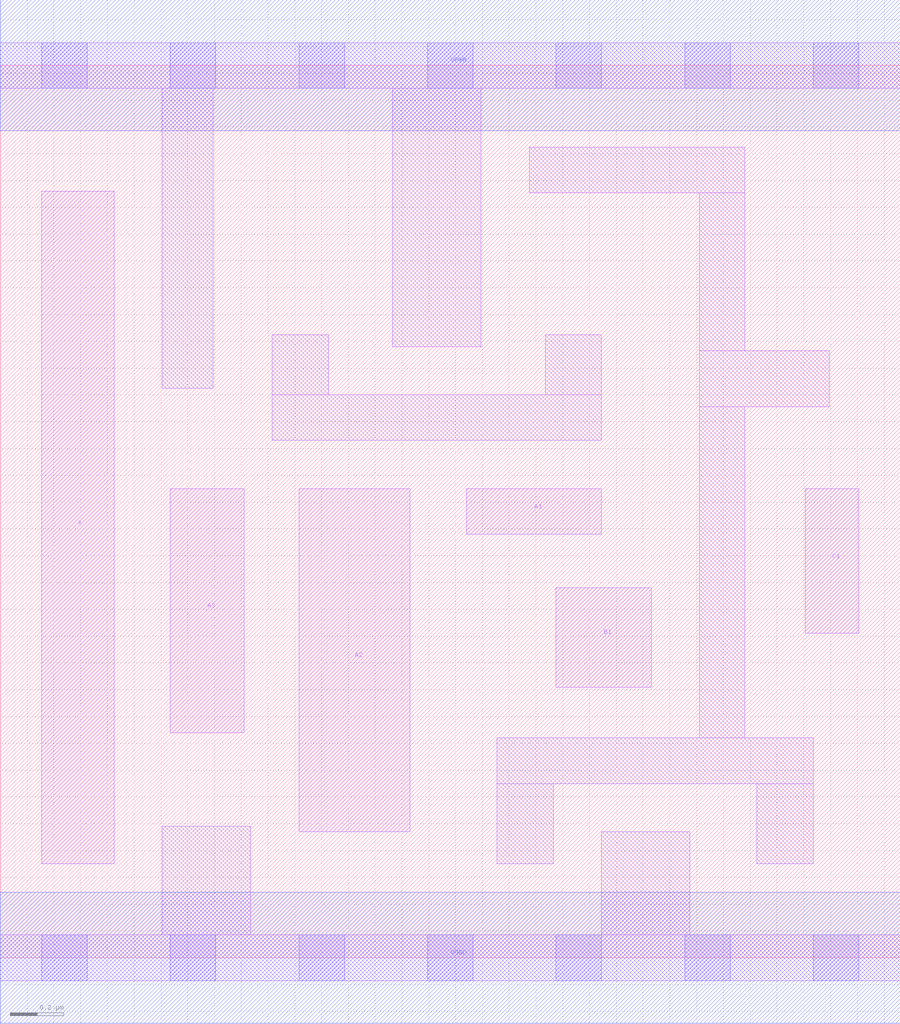
<source format=lef>
# Copyright 2020 The SkyWater PDK Authors
#
# Licensed under the Apache License, Version 2.0 (the "License");
# you may not use this file except in compliance with the License.
# You may obtain a copy of the License at
#
#     https://www.apache.org/licenses/LICENSE-2.0
#
# Unless required by applicable law or agreed to in writing, software
# distributed under the License is distributed on an "AS IS" BASIS,
# WITHOUT WARRANTIES OR CONDITIONS OF ANY KIND, either express or implied.
# See the License for the specific language governing permissions and
# limitations under the License.
#
# SPDX-License-Identifier: Apache-2.0

VERSION 5.7 ;
  NOWIREEXTENSIONATPIN ON ;
  DIVIDERCHAR "/" ;
  BUSBITCHARS "[]" ;
UNITS
  DATABASE MICRONS 200 ;
END UNITS
MACRO sky130_fd_sc_lp__a311o_m
  CLASS CORE ;
  FOREIGN sky130_fd_sc_lp__a311o_m ;
  ORIGIN  0.000000  0.000000 ;
  SIZE  3.360000 BY  3.330000 ;
  SYMMETRY X Y R90 ;
  SITE unit ;
  PIN A1
    ANTENNAGATEAREA  0.126000 ;
    DIRECTION INPUT ;
    USE SIGNAL ;
    PORT
      LAYER li1 ;
        RECT 1.740000 1.580000 2.245000 1.750000 ;
    END
  END A1
  PIN A2
    ANTENNAGATEAREA  0.126000 ;
    DIRECTION INPUT ;
    USE SIGNAL ;
    PORT
      LAYER li1 ;
        RECT 1.115000 0.470000 1.530000 1.750000 ;
    END
  END A2
  PIN A3
    ANTENNAGATEAREA  0.126000 ;
    DIRECTION INPUT ;
    USE SIGNAL ;
    PORT
      LAYER li1 ;
        RECT 0.635000 0.840000 0.910000 1.750000 ;
    END
  END A3
  PIN B1
    ANTENNAGATEAREA  0.126000 ;
    DIRECTION INPUT ;
    USE SIGNAL ;
    PORT
      LAYER li1 ;
        RECT 2.075000 1.010000 2.430000 1.380000 ;
    END
  END B1
  PIN C1
    ANTENNAGATEAREA  0.126000 ;
    DIRECTION INPUT ;
    USE SIGNAL ;
    PORT
      LAYER li1 ;
        RECT 3.005000 1.210000 3.205000 1.750000 ;
    END
  END C1
  PIN X
    ANTENNADIFFAREA  0.222600 ;
    DIRECTION OUTPUT ;
    USE SIGNAL ;
    PORT
      LAYER li1 ;
        RECT 0.155000 0.350000 0.425000 2.860000 ;
    END
  END X
  PIN VGND
    DIRECTION INOUT ;
    USE GROUND ;
    PORT
      LAYER met1 ;
        RECT 0.000000 -0.245000 3.360000 0.245000 ;
    END
  END VGND
  PIN VPWR
    DIRECTION INOUT ;
    USE POWER ;
    PORT
      LAYER met1 ;
        RECT 0.000000 3.085000 3.360000 3.575000 ;
    END
  END VPWR
  OBS
    LAYER li1 ;
      RECT 0.000000 -0.085000 3.360000 0.085000 ;
      RECT 0.000000  3.245000 3.360000 3.415000 ;
      RECT 0.605000  0.085000 0.935000 0.490000 ;
      RECT 0.605000  2.125000 0.795000 3.245000 ;
      RECT 1.015000  1.930000 2.245000 2.100000 ;
      RECT 1.015000  2.100000 1.225000 2.325000 ;
      RECT 1.465000  2.280000 1.795000 3.245000 ;
      RECT 1.855000  0.350000 2.065000 0.650000 ;
      RECT 1.855000  0.650000 3.035000 0.820000 ;
      RECT 1.975000  2.855000 2.780000 3.025000 ;
      RECT 2.035000  2.100000 2.245000 2.325000 ;
      RECT 2.245000  0.085000 2.575000 0.470000 ;
      RECT 2.610000  0.820000 2.780000 2.055000 ;
      RECT 2.610000  2.055000 3.095000 2.265000 ;
      RECT 2.610000  2.265000 2.780000 2.855000 ;
      RECT 2.825000  0.350000 3.035000 0.650000 ;
    LAYER mcon ;
      RECT 0.155000 -0.085000 0.325000 0.085000 ;
      RECT 0.155000  3.245000 0.325000 3.415000 ;
      RECT 0.635000 -0.085000 0.805000 0.085000 ;
      RECT 0.635000  3.245000 0.805000 3.415000 ;
      RECT 1.115000 -0.085000 1.285000 0.085000 ;
      RECT 1.115000  3.245000 1.285000 3.415000 ;
      RECT 1.595000 -0.085000 1.765000 0.085000 ;
      RECT 1.595000  3.245000 1.765000 3.415000 ;
      RECT 2.075000 -0.085000 2.245000 0.085000 ;
      RECT 2.075000  3.245000 2.245000 3.415000 ;
      RECT 2.555000 -0.085000 2.725000 0.085000 ;
      RECT 2.555000  3.245000 2.725000 3.415000 ;
      RECT 3.035000 -0.085000 3.205000 0.085000 ;
      RECT 3.035000  3.245000 3.205000 3.415000 ;
  END
END sky130_fd_sc_lp__a311o_m
END LIBRARY

</source>
